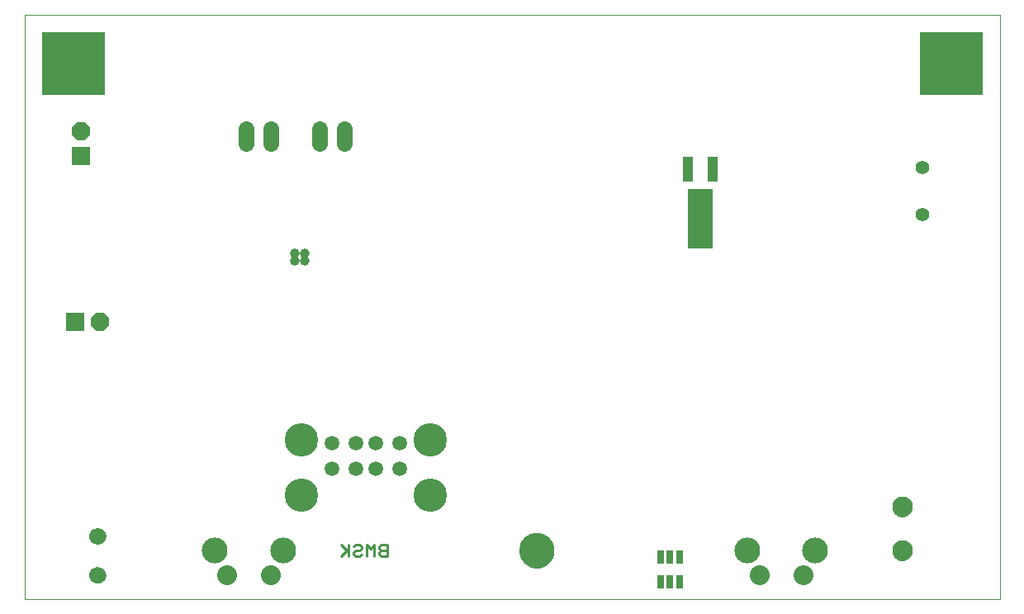
<source format=gbs>
G75*
G70*
%OFA0B0*%
%FSLAX24Y24*%
%IPPOS*%
%LPD*%
%AMOC8*
5,1,8,0,0,1.08239X$1,22.5*
%
%ADD10C,0.0000*%
%ADD11C,0.1418*%
%ADD12C,0.0100*%
%ADD13C,0.0397*%
%ADD14R,0.0260X0.0560*%
%ADD15C,0.0800*%
%ADD16C,0.1040*%
%ADD17OC8,0.0740*%
%ADD18R,0.0740X0.0740*%
%ADD19C,0.1346*%
%ADD20C,0.0594*%
%ADD21C,0.0670*%
%ADD22C,0.0827*%
%ADD23C,0.0560*%
%ADD24C,0.0640*%
%ADD25R,0.0434X0.1024*%
%ADD26R,0.1024X0.2402*%
%ADD27R,0.2580X0.2580*%
D10*
X000189Y003356D02*
X000189Y026978D01*
X039559Y026978D01*
X039559Y003356D01*
X000189Y003356D01*
X002827Y004341D02*
X002829Y004376D01*
X002835Y004411D01*
X002845Y004445D01*
X002858Y004478D01*
X002875Y004509D01*
X002896Y004537D01*
X002919Y004564D01*
X002946Y004587D01*
X002974Y004608D01*
X003005Y004625D01*
X003038Y004638D01*
X003072Y004648D01*
X003107Y004654D01*
X003142Y004656D01*
X003177Y004654D01*
X003212Y004648D01*
X003246Y004638D01*
X003279Y004625D01*
X003310Y004608D01*
X003338Y004587D01*
X003365Y004564D01*
X003388Y004537D01*
X003409Y004509D01*
X003426Y004478D01*
X003439Y004445D01*
X003449Y004411D01*
X003455Y004376D01*
X003457Y004341D01*
X003455Y004306D01*
X003449Y004271D01*
X003439Y004237D01*
X003426Y004204D01*
X003409Y004173D01*
X003388Y004145D01*
X003365Y004118D01*
X003338Y004095D01*
X003310Y004074D01*
X003279Y004057D01*
X003246Y004044D01*
X003212Y004034D01*
X003177Y004028D01*
X003142Y004026D01*
X003107Y004028D01*
X003072Y004034D01*
X003038Y004044D01*
X003005Y004057D01*
X002974Y004074D01*
X002946Y004095D01*
X002919Y004118D01*
X002896Y004145D01*
X002875Y004173D01*
X002858Y004204D01*
X002845Y004237D01*
X002835Y004271D01*
X002829Y004306D01*
X002827Y004341D01*
X002827Y005915D02*
X002829Y005950D01*
X002835Y005985D01*
X002845Y006019D01*
X002858Y006052D01*
X002875Y006083D01*
X002896Y006111D01*
X002919Y006138D01*
X002946Y006161D01*
X002974Y006182D01*
X003005Y006199D01*
X003038Y006212D01*
X003072Y006222D01*
X003107Y006228D01*
X003142Y006230D01*
X003177Y006228D01*
X003212Y006222D01*
X003246Y006212D01*
X003279Y006199D01*
X003310Y006182D01*
X003338Y006161D01*
X003365Y006138D01*
X003388Y006111D01*
X003409Y006083D01*
X003426Y006052D01*
X003439Y006019D01*
X003449Y005985D01*
X003455Y005950D01*
X003457Y005915D01*
X003455Y005880D01*
X003449Y005845D01*
X003439Y005811D01*
X003426Y005778D01*
X003409Y005747D01*
X003388Y005719D01*
X003365Y005692D01*
X003338Y005669D01*
X003310Y005648D01*
X003279Y005631D01*
X003246Y005618D01*
X003212Y005608D01*
X003177Y005602D01*
X003142Y005600D01*
X003107Y005602D01*
X003072Y005608D01*
X003038Y005618D01*
X003005Y005631D01*
X002974Y005648D01*
X002946Y005669D01*
X002919Y005692D01*
X002896Y005719D01*
X002875Y005747D01*
X002858Y005778D01*
X002845Y005811D01*
X002835Y005845D01*
X002829Y005880D01*
X002827Y005915D01*
X020170Y005325D02*
X020172Y005377D01*
X020178Y005429D01*
X020188Y005480D01*
X020201Y005530D01*
X020219Y005580D01*
X020240Y005627D01*
X020264Y005673D01*
X020293Y005717D01*
X020324Y005759D01*
X020358Y005798D01*
X020395Y005835D01*
X020435Y005868D01*
X020478Y005899D01*
X020522Y005926D01*
X020568Y005950D01*
X020617Y005970D01*
X020666Y005986D01*
X020717Y005999D01*
X020768Y006008D01*
X020820Y006013D01*
X020872Y006014D01*
X020924Y006011D01*
X020976Y006004D01*
X021027Y005993D01*
X021077Y005979D01*
X021126Y005960D01*
X021173Y005938D01*
X021218Y005913D01*
X021262Y005884D01*
X021303Y005852D01*
X021342Y005817D01*
X021377Y005779D01*
X021410Y005738D01*
X021440Y005696D01*
X021466Y005651D01*
X021489Y005604D01*
X021508Y005555D01*
X021524Y005505D01*
X021536Y005455D01*
X021544Y005403D01*
X021548Y005351D01*
X021548Y005299D01*
X021544Y005247D01*
X021536Y005195D01*
X021524Y005145D01*
X021508Y005095D01*
X021489Y005046D01*
X021466Y004999D01*
X021440Y004954D01*
X021410Y004912D01*
X021377Y004871D01*
X021342Y004833D01*
X021303Y004798D01*
X021262Y004766D01*
X021218Y004737D01*
X021173Y004712D01*
X021126Y004690D01*
X021077Y004671D01*
X021027Y004657D01*
X020976Y004646D01*
X020924Y004639D01*
X020872Y004636D01*
X020820Y004637D01*
X020768Y004642D01*
X020717Y004651D01*
X020666Y004664D01*
X020617Y004680D01*
X020568Y004700D01*
X020522Y004724D01*
X020478Y004751D01*
X020435Y004782D01*
X020395Y004815D01*
X020358Y004852D01*
X020324Y004891D01*
X020293Y004933D01*
X020264Y004977D01*
X020240Y005023D01*
X020219Y005070D01*
X020201Y005120D01*
X020188Y005170D01*
X020178Y005221D01*
X020172Y005273D01*
X020170Y005325D01*
X035228Y005325D02*
X035230Y005364D01*
X035236Y005403D01*
X035246Y005441D01*
X035259Y005478D01*
X035276Y005513D01*
X035296Y005547D01*
X035320Y005578D01*
X035347Y005607D01*
X035376Y005633D01*
X035408Y005656D01*
X035442Y005676D01*
X035478Y005692D01*
X035515Y005704D01*
X035554Y005713D01*
X035593Y005718D01*
X035632Y005719D01*
X035671Y005716D01*
X035710Y005709D01*
X035747Y005698D01*
X035784Y005684D01*
X035819Y005666D01*
X035852Y005645D01*
X035883Y005620D01*
X035911Y005593D01*
X035936Y005563D01*
X035958Y005530D01*
X035977Y005496D01*
X035992Y005460D01*
X036004Y005422D01*
X036012Y005384D01*
X036016Y005345D01*
X036016Y005305D01*
X036012Y005266D01*
X036004Y005228D01*
X035992Y005190D01*
X035977Y005154D01*
X035958Y005120D01*
X035936Y005087D01*
X035911Y005057D01*
X035883Y005030D01*
X035852Y005005D01*
X035819Y004984D01*
X035784Y004966D01*
X035747Y004952D01*
X035710Y004941D01*
X035671Y004934D01*
X035632Y004931D01*
X035593Y004932D01*
X035554Y004937D01*
X035515Y004946D01*
X035478Y004958D01*
X035442Y004974D01*
X035408Y004994D01*
X035376Y005017D01*
X035347Y005043D01*
X035320Y005072D01*
X035296Y005103D01*
X035276Y005137D01*
X035259Y005172D01*
X035246Y005209D01*
X035236Y005247D01*
X035230Y005286D01*
X035228Y005325D01*
X035228Y007096D02*
X035230Y007135D01*
X035236Y007174D01*
X035246Y007212D01*
X035259Y007249D01*
X035276Y007284D01*
X035296Y007318D01*
X035320Y007349D01*
X035347Y007378D01*
X035376Y007404D01*
X035408Y007427D01*
X035442Y007447D01*
X035478Y007463D01*
X035515Y007475D01*
X035554Y007484D01*
X035593Y007489D01*
X035632Y007490D01*
X035671Y007487D01*
X035710Y007480D01*
X035747Y007469D01*
X035784Y007455D01*
X035819Y007437D01*
X035852Y007416D01*
X035883Y007391D01*
X035911Y007364D01*
X035936Y007334D01*
X035958Y007301D01*
X035977Y007267D01*
X035992Y007231D01*
X036004Y007193D01*
X036012Y007155D01*
X036016Y007116D01*
X036016Y007076D01*
X036012Y007037D01*
X036004Y006999D01*
X035992Y006961D01*
X035977Y006925D01*
X035958Y006891D01*
X035936Y006858D01*
X035911Y006828D01*
X035883Y006801D01*
X035852Y006776D01*
X035819Y006755D01*
X035784Y006737D01*
X035747Y006723D01*
X035710Y006712D01*
X035671Y006705D01*
X035632Y006702D01*
X035593Y006703D01*
X035554Y006708D01*
X035515Y006717D01*
X035478Y006729D01*
X035442Y006745D01*
X035408Y006765D01*
X035376Y006788D01*
X035347Y006814D01*
X035320Y006843D01*
X035296Y006874D01*
X035276Y006908D01*
X035259Y006943D01*
X035246Y006980D01*
X035236Y007018D01*
X035230Y007057D01*
X035228Y007096D01*
D11*
X020859Y005325D03*
D12*
X014824Y005329D02*
X014594Y005329D01*
X014517Y005253D01*
X014517Y005176D01*
X014594Y005099D01*
X014824Y005099D01*
X014824Y005560D01*
X014594Y005560D01*
X014517Y005483D01*
X014517Y005406D01*
X014594Y005329D01*
X014309Y005099D02*
X014309Y005560D01*
X014155Y005406D01*
X014002Y005560D01*
X014002Y005099D01*
X013793Y005176D02*
X013716Y005099D01*
X013563Y005099D01*
X013486Y005176D01*
X013486Y005253D01*
X013563Y005329D01*
X013716Y005329D01*
X013793Y005406D01*
X013793Y005483D01*
X013716Y005560D01*
X013563Y005560D01*
X013486Y005483D01*
X013277Y005560D02*
X013277Y005099D01*
X013277Y005253D02*
X012971Y005560D01*
X013201Y005329D02*
X012971Y005099D01*
D13*
X011489Y017033D03*
X011489Y017348D03*
X011095Y017348D03*
X011095Y017033D03*
D14*
X025882Y005077D03*
X026252Y005077D03*
X026622Y005077D03*
X026622Y004077D03*
X026252Y004077D03*
X025882Y004077D03*
D15*
X029855Y004341D03*
X031626Y004341D03*
X010130Y004341D03*
X008359Y004341D03*
D16*
X007867Y005325D03*
X010622Y005325D03*
X029363Y005325D03*
X032119Y005325D03*
D17*
X003248Y014577D03*
X002473Y022258D03*
D18*
X002473Y021258D03*
X002248Y014577D03*
D19*
X011382Y009793D03*
X011382Y007557D03*
X016556Y007557D03*
X016556Y009793D03*
D20*
X015347Y009655D03*
X014363Y009655D03*
X013575Y009655D03*
X012591Y009655D03*
X012591Y008624D03*
X013575Y008624D03*
X014363Y008624D03*
X015347Y008624D03*
D21*
X003142Y005915D03*
X003142Y004341D03*
D22*
X035622Y005325D03*
X035622Y007096D03*
D23*
X036449Y018894D03*
X036449Y020794D03*
D24*
X013091Y021757D02*
X013091Y022357D01*
X012091Y022357D02*
X012091Y021757D01*
X010138Y021757D02*
X010138Y022357D01*
X009138Y022357D02*
X009138Y021757D01*
D25*
X026973Y020718D03*
X027973Y020718D03*
D26*
X027473Y018718D03*
D27*
X037591Y025010D03*
X002158Y025010D03*
M02*

</source>
